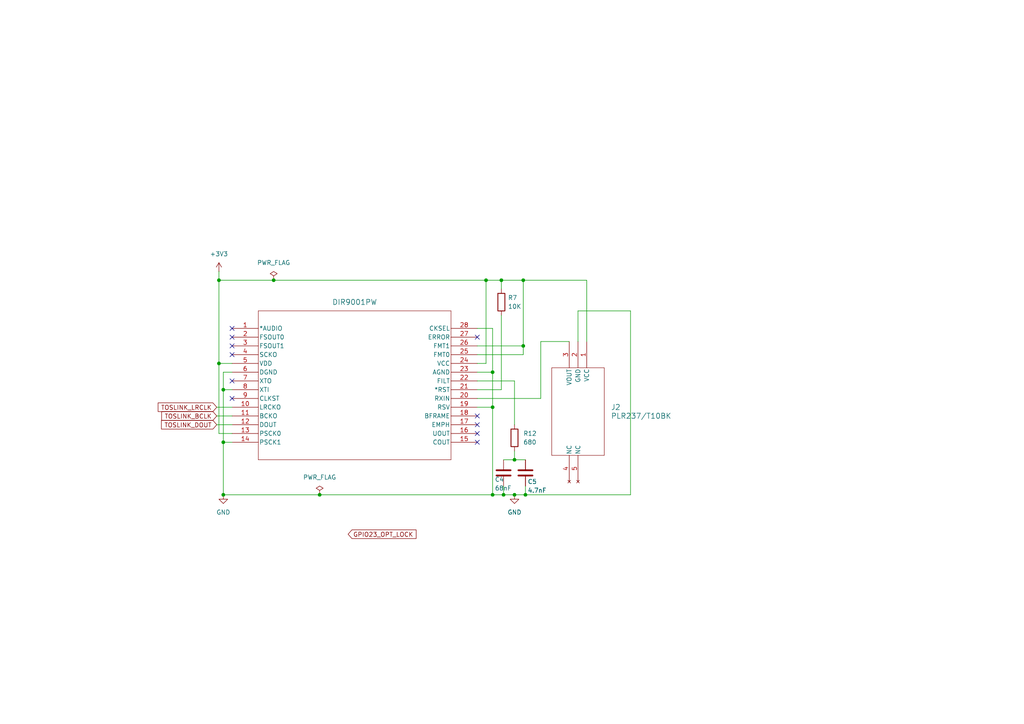
<source format=kicad_sch>
(kicad_sch (version 20250114) (generator "eeschema") (generator_version "9.0")
  (paper "A4")
  (lib_symbols
    (symbol "DIR9001:DIR9001PW" (pin_names (offset 0.254))
      (property "Reference" "U" (at 35.56 10.16 0))
      (property "Value" "DIR9001PW" (at 35.56 7.62 0))
      (symbol "DIR9001PW_0_1"
        (polyline (pts (xy 7.62 5.08) (xy 7.62 -38.1)) (stroke (width 0.127)))
        (polyline (pts (xy 7.62 -38.1) (xy 63.5 -38.1)) (stroke (width 0.127)))
        (polyline (pts (xy 63.5 5.08) (xy 7.62 5.08)) (stroke (width 0.127)))
        (polyline (pts (xy 63.5 -38.1) (xy 63.5 5.08)) (stroke (width 0.127)))
        (pin output line (at 0 0 0) (length 7.62) (name "*AUDIO") (number "1"))
        (pin output line (at 0 -2.54 0) (length 7.62) (name "FSOUT0") (number "2"))
        (pin output line (at 0 -5.08 0) (length 7.62) (name "FSOUT1") (number "3"))
        (pin output line (at 0 -7.62 0) (length 7.62) (name "SCKO") (number "4"))
        (pin power_in line (at 0 -10.16 0) (length 7.62) (name "VDD") (number "5"))
        (pin power_in line (at 0 -12.7 0) (length 7.62) (name "DGND") (number "6"))
        (pin output line (at 0 -15.24 0) (length 7.62) (name "XTO") (number "7"))
        (pin input line (at 0 -17.78 0) (length 7.62) (name "XTI") (number "8"))
        (pin output line (at 0 -20.32 0) (length 7.62) (name "CLKST") (number "9"))
        (pin output line (at 0 -22.86 0) (length 7.62) (name "LRCKO") (number "10"))
        (pin output line (at 0 -25.4 0) (length 7.62) (name "BCKO") (number "11"))
        (pin output line (at 0 -27.94 0) (length 7.62) (name "DOUT") (number "12"))
        (pin input line (at 0 -30.48 0) (length 7.62) (name "PSCK0") (number "13"))
        (pin input line (at 0 -33.02 0) (length 7.62) (name "PSCK1") (number "14"))
        (pin input line (at 71.12 0 180) (length 7.62) (name "CKSEL") (number "28"))
        (pin output line (at 71.12 -2.54 180) (length 7.62) (name "ERROR") (number "27"))
        (pin input line (at 71.12 -5.08 180) (length 7.62) (name "FMT1") (number "26"))
        (pin input line (at 71.12 -7.62 180) (length 7.62) (name "FMT0") (number "25"))
        (pin power_in line (at 71.12 -10.16 180) (length 7.62) (name "VCC") (number "24"))
        (pin power_in line (at 71.12 -12.7 180) (length 7.62) (name "AGND") (number "23"))
        (pin unspecified line (at 71.12 -15.24 180) (length 7.62) (name "FILT") (number "22"))
        (pin input line (at 71.12 -17.78 180) (length 7.62) (name "*RST") (number "21"))
        (pin input line (at 71.12 -20.32 180) (length 7.62) (name "RXIN") (number "20"))
        (pin input line (at 71.12 -22.86 180) (length 7.62) (name "RSV") (number "19"))
        (pin output line (at 71.12 -25.4 180) (length 7.62) (name "BFRAME") (number "18"))
        (pin output line (at 71.12 -27.94 180) (length 7.62) (name "EMPH") (number "17"))
        (pin output line (at 71.12 -30.48 180) (length 7.62) (name "UOUT") (number "16"))
        (pin output line (at 71.12 -33.02 180) (length 7.62) (name "COUT") (number "15"))
      )
    )
    (symbol "Device:C" (pin_numbers (hide yes)) (pin_names (offset 0.254))
      (property "Reference" "C" (at 0.635 2.54 0))
      (property "Value" "C" (at 0.635 -2.54 0))
      (symbol "C_0_1"
        (polyline (pts (xy -2.032 0.762) (xy 2.032 0.762)) (stroke (width 0.508)))
        (polyline (pts (xy -2.032 -0.762) (xy 2.032 -0.762)) (stroke (width 0.508)))
      )
      (symbol "C_1_1"
        (pin passive line (at 0 3.81 270) (length 2.794) (name "~") (number "1"))
        (pin passive line (at 0 -3.81 90) (length 2.794) (name "~") (number "2"))
      )
    )
    (symbol "Device:R" (pin_numbers (hide yes)) (pin_names (offset 0))
      (property "Reference" "R" (at 2.032 0 90))
      (property "Value" "R" (at 0 0 90))
      (symbol "R_0_1"
        (rectangle (start -1.016 -2.54) (end 1.016 2.54) (stroke (width 0.254)))
      )
      (symbol "R_1_1"
        (pin passive line (at 0 3.81 270) (length 1.27) (name "~") (number "1"))
        (pin passive line (at 0 -3.81 90) (length 1.27) (name "~") (number "2"))
      )
    )
    (symbol "PLR237/T10BK:PLR237_T10BK" (pin_names (offset 0.254))
      (property "Reference" "J2" (at 19.0499 6.985 90))
      (property "Value" "PLR237/T10BK" (at 21.5899 6.985 90))
      (symbol "PLR237_T10BK_0_1"
        (polyline (pts (xy 7.62 5.08) (xy 7.62 -10.16)) (stroke (width 0.127)))
        (polyline (pts (xy 7.62 -10.16) (xy 33.02 -10.16)) (stroke (width 0.127)))
        (polyline (pts (xy 33.02 5.08) (xy 7.62 5.08)) (stroke (width 0.127)))
        (polyline (pts (xy 33.02 -10.16) (xy 33.02 5.08)) (stroke (width 0.127)))
        (pin power_in line (at 0 0 0) (length 7.62) (name "VCC") (number "1"))
        (pin passive line (at 0 -2.54 0) (length 7.62) (name "GND") (number "2"))
        (pin output line (at 0 -5.08 0) (length 7.62) (name "VOUT") (number "3"))
        (pin no_connect line (at 40.64 -2.54 180) (length 7.62) (name "NC") (number "5"))
        (pin no_connect line (at 40.64 -5.08 180) (length 7.62) (name "NC") (number "4"))
      )
    )
    (symbol "power:+3.3V" (power) (pin_numbers (hide yes)) (pin_names (offset 0) (hide yes))
      (property "Value" "+3.3V" (at 0 3.556 0))
      (symbol "+3.3V_0_1"
        (polyline (pts (xy -0.762 1.27) (xy 0 2.54)))
        (polyline (pts (xy 0 2.54) (xy 0.762 1.27)))
        (polyline (pts (xy 0 0) (xy 0 2.54)))
      )
      (symbol "+3.3V_1_1"
        (pin power_in line (at 0 0 90) (length 0) (name "~") (number "1"))
      )
    )
    (symbol "power:GND" (power) (pin_numbers (hide yes)) (pin_names (offset 0) (hide yes))
      (property "Value" "GND" (at 0 -3.81 0))
      (symbol "GND_0_1"
        (polyline (pts (xy 0 0) (xy 0 -1.27) (xy 1.27 -1.27) (xy 0 -2.54) (xy -1.27 -1.27) (xy 0 -1.27)))
      )
      (symbol "GND_1_1"
        (pin power_in line (at 0 0 270) (length 0) (name "~") (number "1"))
      )
    )
    (symbol "power:PWR_FLAG" (power) (pin_numbers (hide yes)) (pin_names (offset 0) (hide yes))
      (property "Value" "PWR_FLAG" (at 0 3.81 0))
      (symbol "PWR_FLAG_0_0"
        (pin power_out line (at 0 0 90) (length 0) (name "~") (number "1"))
      )
      (symbol "PWR_FLAG_0_1"
        (polyline (pts (xy 0 0) (xy 0 1.27) (xy -1.016 1.905) (xy 0 2.54) (xy 1.016 1.905) (xy 0 1.27)))
      )
    )
  )
  (junction (at 92.71 143.51))
  (junction (at 146.05 143.51))
  (junction (at 64.77 128.27))
  (junction (at 63.5 81.28))
  (junction (at 64.77 113.03))
  (junction (at 151.765 100.33))
  (junction (at 142.875 118.11))
  (junction (at 142.875 107.95))
  (junction (at 152.4 143.51))
  (junction (at 79.375 81.28))
  (junction (at 64.77 143.51))
  (junction (at 140.97 81.28))
  (junction (at 142.875 143.51))
  (junction (at 151.765 81.28))
  (junction (at 149.225 133.35))
  (junction (at 149.225 143.51))
  (junction (at 63.5 105.41))
  (junction (at 145.415 81.28))
  (no_connect (at 138.43 125.73))
  (no_connect (at 67.31 102.87))
  (no_connect (at 138.43 120.65))
  (no_connect (at 138.43 97.79))
  (no_connect (at 67.31 115.57))
  (no_connect (at 138.43 123.19))
  (no_connect (at 67.31 97.79))
  (no_connect (at 138.43 128.27))
  (no_connect (at 67.31 95.25))
  (no_connect (at 67.31 110.49))
  (no_connect (at 67.31 100.33))
  (wire (pts (xy 170.18 81.28) (xy 151.765 81.28)))
  (wire (pts (xy 63.5 105.41) (xy 63.5 81.28)))
  (wire (pts (xy 64.77 113.03) (xy 67.31 113.03)))
  (wire (pts (xy 167.64 99.06) (xy 167.64 90.17)))
  (wire (pts (xy 79.375 81.28) (xy 63.5 81.28)))
  (wire (pts (xy 138.43 118.11) (xy 142.875 118.11)))
  (wire (pts (xy 182.88 90.17) (xy 182.88 143.51)))
  (wire (pts (xy 142.875 118.11) (xy 142.875 143.51)))
  (wire (pts (xy 140.97 81.28) (xy 140.97 105.41)))
  (wire (pts (xy 156.845 115.57) (xy 156.845 99.06)))
  (wire (pts (xy 145.415 81.28) (xy 145.415 83.82)))
  (wire (pts (xy 63.5 81.28) (xy 63.5 78.74)))
  (wire (pts (xy 142.875 143.51) (xy 146.05 143.51)))
  (wire (pts (xy 138.43 105.41) (xy 140.97 105.41)))
  (wire (pts (xy 138.43 115.57) (xy 156.845 115.57)))
  (wire (pts (xy 145.415 91.44) (xy 145.415 113.03)))
  (wire (pts (xy 64.77 143.51) (xy 92.71 143.51)))
  (wire (pts (xy 146.05 140.97) (xy 146.05 143.51)))
  (wire (pts (xy 63.5 105.41) (xy 63.5 125.73)))
  (wire (pts (xy 140.97 81.28) (xy 145.415 81.28)))
  (wire (pts (xy 152.4 143.51) (xy 182.88 143.51)))
  (wire (pts (xy 156.845 99.06) (xy 165.1 99.06)))
  (wire (pts (xy 170.18 99.06) (xy 170.18 81.28)))
  (wire (pts (xy 149.225 110.49) (xy 138.43 110.49)))
  (wire (pts (xy 152.4 140.97) (xy 152.4 143.51)))
  (wire (pts (xy 142.875 95.25) (xy 142.875 107.95)))
  (wire (pts (xy 151.765 81.28) (xy 145.415 81.28)))
  (wire (pts (xy 142.875 107.95) (xy 142.875 118.11)))
  (wire (pts (xy 64.77 107.95) (xy 64.77 113.03)))
  (wire (pts (xy 67.31 105.41) (xy 63.5 105.41)))
  (wire (pts (xy 67.31 107.95) (xy 64.77 107.95)))
  (wire (pts (xy 146.05 143.51) (xy 149.225 143.51)))
  (wire (pts (xy 145.415 113.03) (xy 138.43 113.03)))
  (wire (pts (xy 62.865 120.65) (xy 67.31 120.65)))
  (wire (pts (xy 151.765 102.87) (xy 151.765 100.33)))
  (wire (pts (xy 64.77 113.03) (xy 64.77 128.27)))
  (wire (pts (xy 64.77 128.27) (xy 64.77 143.51)))
  (wire (pts (xy 149.225 133.35) (xy 149.225 130.81)))
  (wire (pts (xy 140.97 81.28) (xy 79.375 81.28)))
  (wire (pts (xy 67.31 125.73) (xy 63.5 125.73)))
  (wire (pts (xy 146.05 133.35) (xy 149.225 133.35)))
  (wire (pts (xy 138.43 102.87) (xy 151.765 102.87)))
  (wire (pts (xy 142.875 107.95) (xy 138.43 107.95)))
  (wire (pts (xy 138.43 95.25) (xy 142.875 95.25)))
  (wire (pts (xy 149.225 133.35) (xy 152.4 133.35)))
  (wire (pts (xy 64.77 128.27) (xy 67.31 128.27)))
  (wire (pts (xy 138.43 100.33) (xy 151.765 100.33)))
  (wire (pts (xy 92.71 143.51) (xy 142.875 143.51)))
  (wire (pts (xy 149.225 143.51) (xy 152.4 143.51)))
  (wire (pts (xy 149.225 123.19) (xy 149.225 110.49)))
  (wire (pts (xy 151.765 100.33) (xy 151.765 81.28)))
  (wire (pts (xy 167.64 90.17) (xy 182.88 90.17)))
  (wire (pts (xy 62.865 118.11) (xy 67.31 118.11)))
  (wire (pts (xy 62.865 123.19) (xy 67.31 123.19)))
  (global_label "GPIO23_OPT_LOCK" (shape input) (at 100.965 154.94 0) (property "Intersheetrefs" "${INTERSHEET_REFS}" (effects (hide yes))))
  (global_label "TOSLINK_BCLK" (shape input) (at 62.865 120.65 180) (property "Intersheetrefs" "${INTERSHEET_REFS}" (effects (hide yes))))
  (global_label "TOSLINK_DOUT" (shape input) (at 62.865 123.19 180) (property "Intersheetrefs" "${INTERSHEET_REFS}" (effects (hide yes))))
  (global_label "TOSLINK_LRCLK" (shape input) (at 62.865 118.11 180) (property "Intersheetrefs" "${INTERSHEET_REFS}" (effects (hide yes))))
  (symbol (lib_id "power:PWR_FLAG") (at 92.71 143.51 0) (unit 1)
    (property "Reference" "#FLG06" (effects (hide yes)))
    (property "Value" "PWR_FLAG" (at 92.71 138.43 0))
    (property "Description" "Special symbol for telling ERC where power comes from" (effects (hide yes)))
  )
  (symbol (lib_id "power:GND") (at 64.77 143.51 0) (unit 1)
    (property "Reference" "#PWR06" (effects (hide yes)))
    (property "Value" "GND" (at 64.77 148.59 0))
    (property "Description" "Power symbol creates a global label with name \"GND\" , ground" (effects (hide yes)))
  )
  (symbol (lib_id "DIR9001:DIR9001PW") (at 67.31 95.25 0) (unit 1)
    (property "Reference" "U5" (effects (hide yes)))
    (property "Value" "DIR9001PW" (at 102.87 87.63 0) (effects (font (size 1.524 1.524))))
    (property "Footprint" "DIR9001_newfoot:PW28-M" (effects (hide yes)))
    (property "Datasheet" "https://www.ti.com/lit/gpn/dir9001" (effects (hide yes)))
    (property "Description" "DIR9001PW footprint" (effects (hide yes)))
  )
  (symbol (lib_id "PLR237/T10BK:PLR237_T10BK") (at 170.18 99.06 270) (unit 1)
    (property "Reference" "J2" (at 177.165 118.1099 90) (effects (font (size 1.524 1.524)) (justify left)))
    (property "Value" "PLR237/T10BK" (at 177.165 120.6499 90) (effects (font (size 1.524 1.524)) (justify left)))
    (property "Footprint" "RCJ-042:PLR237T10BK" (effects (hide yes)))
    (property "Datasheet" "PLR237/T10BK" (effects (hide yes)))
  )
  (symbol (lib_id "Device:R") (at 149.225 127 0) (unit 1)
    (property "Reference" "R12" (at 151.765 125.7299 0) (effects (justify left)))
    (property "Value" "680" (at 151.765 128.2699 0) (effects (justify left)))
    (property "Footprint" "Resistor_SMD:R_0805_2012Metric_Pad1.20x1.40mm_HandSolder" (effects (hide yes)))
    (property "Description" "Resistor" (effects (hide yes)))
  )
  (symbol (lib_id "Device:R") (at 145.415 87.63 0) (unit 1)
    (property "Reference" "R7" (at 147.32 86.3599 0) (effects (justify left)))
    (property "Value" "10K" (at 147.32 88.8999 0) (effects (justify left)))
    (property "Footprint" "Resistor_SMD:R_0805_2012Metric_Pad1.20x1.40mm_HandSolder" (effects (hide yes)))
    (property "Description" "Resistor" (effects (hide yes)))
  )
  (symbol (lib_id "power:PWR_FLAG") (at 79.375 81.28 0) (unit 1)
    (property "Reference" "#FLG05" (effects (hide yes)))
    (property "Value" "PWR_FLAG" (at 79.375 76.2 0))
    (property "Description" "Special symbol for telling ERC where power comes from" (effects (hide yes)))
  )
  (symbol (lib_id "Device:C") (at 152.4 137.16 0) (unit 1)
    (property "Reference" "C5" (at 153.035 139.7 0) (effects (justify left)))
    (property "Value" "4.7nF" (at 153.035 142.24 0) (effects (justify left)))
    (property "Footprint" "Capacitor_SMD:C_0805_2012Metric_Pad1.18x1.45mm_HandSolder" (effects (hide yes)))
    (property "Description" "Unpolarized capacitor" (effects (hide yes)))
  )
  (symbol (lib_id "power:GND") (at 149.225 143.51 0) (unit 1)
    (property "Reference" "#PWR08" (effects (hide yes)))
    (property "Value" "GND" (at 149.225 148.59 0))
    (property "Description" "Power symbol creates a global label with name \"GND\" , ground" (effects (hide yes)))
  )
  (symbol (lib_id "Device:C") (at 146.05 137.16 0) (unit 1)
    (property "Reference" "C4" (at 143.51 139.065 0) (effects (justify left)))
    (property "Value" "68nF" (at 143.51 141.605 0) (effects (justify left)))
    (property "Footprint" "Capacitor_SMD:C_0805_2012Metric_Pad1.18x1.45mm_HandSolder" (effects (hide yes)))
    (property "Description" "Unpolarized capacitor" (effects (hide yes)))
  )
  (symbol (lib_id "power:+3.3V") (at 63.5 78.74 0) (unit 1)
    (property "Reference" "#PWR05" (effects (hide yes)))
    (property "Value" "+3V3" (at 63.5 73.66 0))
    (property "Description" "Power symbol creates a global label with name \"+3.3V\"" (effects (hide yes)))
  )
)
</source>
